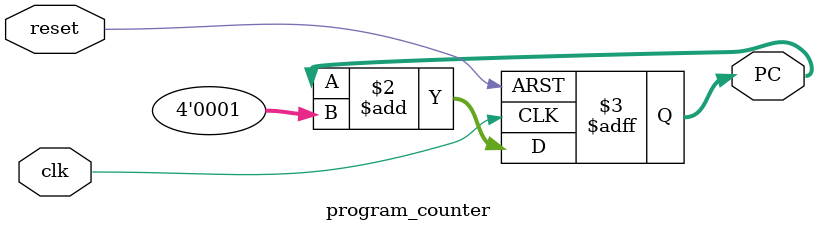
<source format=v>
`timescale 1ns / 1ps


module program_counter(clk,reset,PC);
input clk;
input reset;
output reg [3:0] PC;

always @(posedge clk or posedge reset)
    begin
        if (reset) 
    PC <= 4'b0000;
    else
    PC <= PC + 4'b0001;
    end

endmodule

</source>
